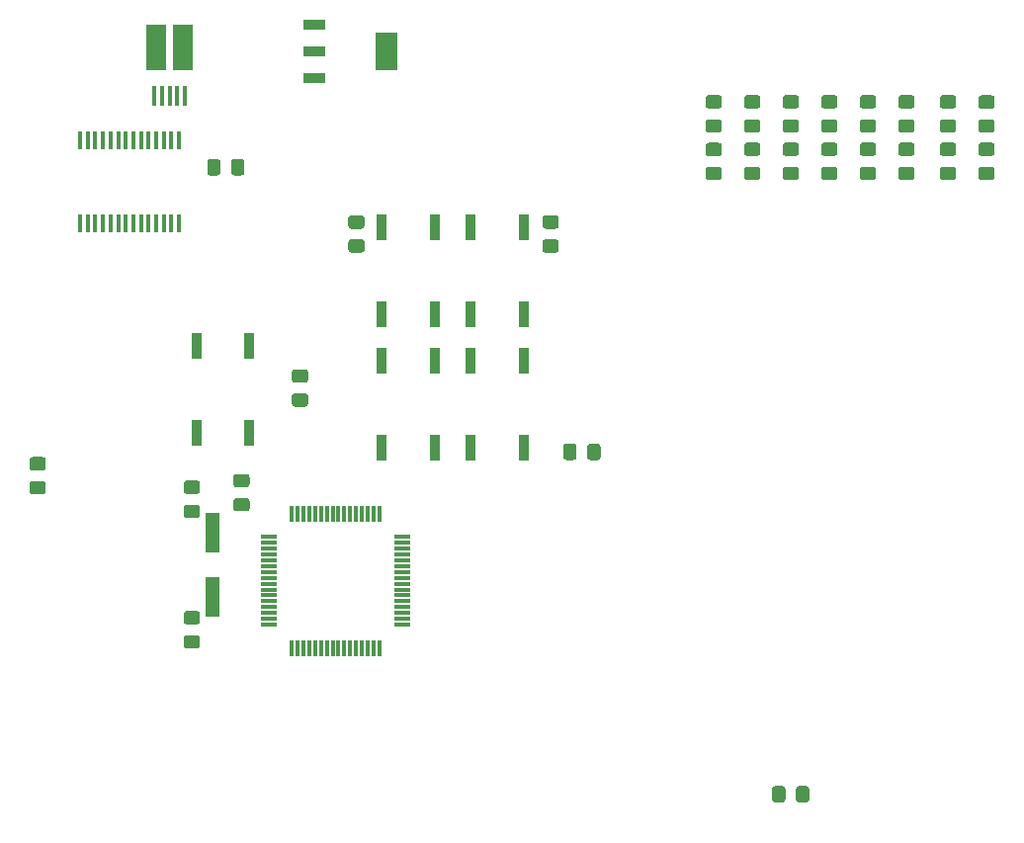
<source format=gbr>
%TF.GenerationSoftware,KiCad,Pcbnew,(5.1.6)-1*%
%TF.CreationDate,2020-11-14T18:00:02-05:00*%
%TF.ProjectId,F0DisplayBoard,46304469-7370-46c6-9179-426f6172642e,rev?*%
%TF.SameCoordinates,Original*%
%TF.FileFunction,Paste,Top*%
%TF.FilePolarity,Positive*%
%FSLAX46Y46*%
G04 Gerber Fmt 4.6, Leading zero omitted, Abs format (unit mm)*
G04 Created by KiCad (PCBNEW (5.1.6)-1) date 2020-11-14 18:00:02*
%MOMM*%
%LPD*%
G01*
G04 APERTURE LIST*
%ADD10R,0.300000X1.475000*%
%ADD11R,1.475000X0.300000*%
%ADD12R,0.431800X1.511300*%
%ADD13R,0.863600X2.209800*%
%ADD14R,1.800000X3.900000*%
%ADD15R,0.400000X1.700000*%
%ADD16R,1.860000X3.190000*%
%ADD17R,1.860000X0.900000*%
%ADD18R,1.200000X3.500000*%
G04 APERTURE END LIST*
D10*
%TO.C,IC1*%
X119313000Y-108435000D03*
X119813000Y-108435000D03*
X120313000Y-108435000D03*
X120813000Y-108435000D03*
X121313000Y-108435000D03*
X121813000Y-108435000D03*
X122313000Y-108435000D03*
X122813000Y-108435000D03*
X123313000Y-108435000D03*
X123813000Y-108435000D03*
X124313000Y-108435000D03*
X124813000Y-108435000D03*
X125313000Y-108435000D03*
X125813000Y-108435000D03*
X126313000Y-108435000D03*
X126813000Y-108435000D03*
D11*
X128801000Y-110423000D03*
X128801000Y-110923000D03*
X128801000Y-111423000D03*
X128801000Y-111923000D03*
X128801000Y-112423000D03*
X128801000Y-112923000D03*
X128801000Y-113423000D03*
X128801000Y-113923000D03*
X128801000Y-114423000D03*
X128801000Y-114923000D03*
X128801000Y-115423000D03*
X128801000Y-115923000D03*
X128801000Y-116423000D03*
X128801000Y-116923000D03*
X128801000Y-117423000D03*
X128801000Y-117923000D03*
D10*
X126813000Y-119911000D03*
X126313000Y-119911000D03*
X125813000Y-119911000D03*
X125313000Y-119911000D03*
X124813000Y-119911000D03*
X124313000Y-119911000D03*
X123813000Y-119911000D03*
X123313000Y-119911000D03*
X122813000Y-119911000D03*
X122313000Y-119911000D03*
X121813000Y-119911000D03*
X121313000Y-119911000D03*
X120813000Y-119911000D03*
X120313000Y-119911000D03*
X119813000Y-119911000D03*
X119313000Y-119911000D03*
D11*
X117325000Y-117923000D03*
X117325000Y-117423000D03*
X117325000Y-116923000D03*
X117325000Y-116423000D03*
X117325000Y-115923000D03*
X117325000Y-115423000D03*
X117325000Y-114923000D03*
X117325000Y-114423000D03*
X117325000Y-113923000D03*
X117325000Y-113423000D03*
X117325000Y-112923000D03*
X117325000Y-112423000D03*
X117325000Y-111923000D03*
X117325000Y-111423000D03*
X117325000Y-110923000D03*
X117325000Y-110423000D03*
%TD*%
%TO.C,C11*%
G36*
G01*
X115448501Y-106175500D02*
X114548499Y-106175500D01*
G75*
G02*
X114298500Y-105925501I0J249999D01*
G01*
X114298500Y-105275499D01*
G75*
G02*
X114548499Y-105025500I249999J0D01*
G01*
X115448501Y-105025500D01*
G75*
G02*
X115698500Y-105275499I0J-249999D01*
G01*
X115698500Y-105925501D01*
G75*
G02*
X115448501Y-106175500I-249999J0D01*
G01*
G37*
G36*
G01*
X115448501Y-108225500D02*
X114548499Y-108225500D01*
G75*
G02*
X114298500Y-107975501I0J249999D01*
G01*
X114298500Y-107325499D01*
G75*
G02*
X114548499Y-107075500I249999J0D01*
G01*
X115448501Y-107075500D01*
G75*
G02*
X115698500Y-107325499I0J-249999D01*
G01*
X115698500Y-107975501D01*
G75*
G02*
X115448501Y-108225500I-249999J0D01*
G01*
G37*
%TD*%
D12*
%TO.C,U2*%
X101185000Y-76460350D03*
X101835001Y-76460350D03*
X102485000Y-76460350D03*
X103135001Y-76460350D03*
X103784999Y-76460350D03*
X104435001Y-76460350D03*
X105084999Y-76460350D03*
X105735001Y-76460350D03*
X106384999Y-76460350D03*
X107035001Y-76460350D03*
X107684999Y-76460350D03*
X108335000Y-76460350D03*
X108984999Y-76460350D03*
X109635000Y-76460350D03*
X109634998Y-83559650D03*
X108984999Y-83559650D03*
X108334998Y-83559650D03*
X107684999Y-83559650D03*
X107034998Y-83559650D03*
X106384999Y-83559650D03*
X105734998Y-83559650D03*
X105084999Y-83559650D03*
X104435001Y-83559650D03*
X103784999Y-83559650D03*
X103135001Y-83559650D03*
X102485000Y-83559650D03*
X101835001Y-83559650D03*
X101185000Y-83559650D03*
%TD*%
D13*
%TO.C,SW4*%
X127035999Y-95313500D03*
X131536001Y-95313500D03*
X131536001Y-102806500D03*
X127035999Y-102806500D03*
%TD*%
%TO.C,SW5*%
X127035999Y-83883500D03*
X131536001Y-83883500D03*
X131536001Y-91376500D03*
X127035999Y-91376500D03*
%TD*%
%TO.C,SW3*%
X139156001Y-102806500D03*
X134655999Y-102806500D03*
X134655999Y-95313500D03*
X139156001Y-95313500D03*
%TD*%
%TO.C,SW2*%
X139156001Y-91376500D03*
X134655999Y-91376500D03*
X134655999Y-83883500D03*
X139156001Y-83883500D03*
%TD*%
D14*
%TO.C,J1*%
X109989000Y-68441000D03*
X107689000Y-68441000D03*
D15*
X107539000Y-72641000D03*
X108189000Y-72641000D03*
X108839000Y-72641000D03*
X109489000Y-72641000D03*
X110139000Y-72641000D03*
%TD*%
D13*
%TO.C,SW1*%
X111160999Y-94043500D03*
X115661001Y-94043500D03*
X115661001Y-101536500D03*
X111160999Y-101536500D03*
%TD*%
%TO.C,R5*%
G36*
G01*
X119564999Y-98104000D02*
X120465001Y-98104000D01*
G75*
G02*
X120715000Y-98353999I0J-249999D01*
G01*
X120715000Y-99004001D01*
G75*
G02*
X120465001Y-99254000I-249999J0D01*
G01*
X119564999Y-99254000D01*
G75*
G02*
X119315000Y-99004001I0J249999D01*
G01*
X119315000Y-98353999D01*
G75*
G02*
X119564999Y-98104000I249999J0D01*
G01*
G37*
G36*
G01*
X119564999Y-96054000D02*
X120465001Y-96054000D01*
G75*
G02*
X120715000Y-96303999I0J-249999D01*
G01*
X120715000Y-96954001D01*
G75*
G02*
X120465001Y-97204000I-249999J0D01*
G01*
X119564999Y-97204000D01*
G75*
G02*
X119315000Y-96954001I0J249999D01*
G01*
X119315000Y-96303999D01*
G75*
G02*
X119564999Y-96054000I249999J0D01*
G01*
G37*
%TD*%
%TO.C,R1*%
G36*
G01*
X97986001Y-104715000D02*
X97085999Y-104715000D01*
G75*
G02*
X96836000Y-104465001I0J249999D01*
G01*
X96836000Y-103814999D01*
G75*
G02*
X97085999Y-103565000I249999J0D01*
G01*
X97986001Y-103565000D01*
G75*
G02*
X98236000Y-103814999I0J-249999D01*
G01*
X98236000Y-104465001D01*
G75*
G02*
X97986001Y-104715000I-249999J0D01*
G01*
G37*
G36*
G01*
X97986001Y-106765000D02*
X97085999Y-106765000D01*
G75*
G02*
X96836000Y-106515001I0J249999D01*
G01*
X96836000Y-105864999D01*
G75*
G02*
X97085999Y-105615000I249999J0D01*
G01*
X97986001Y-105615000D01*
G75*
G02*
X98236000Y-105864999I0J-249999D01*
G01*
X98236000Y-106515001D01*
G75*
G02*
X97986001Y-106765000I-249999J0D01*
G01*
G37*
%TD*%
%TO.C,D8*%
G36*
G01*
X154997999Y-74618000D02*
X155898001Y-74618000D01*
G75*
G02*
X156148000Y-74867999I0J-249999D01*
G01*
X156148000Y-75518001D01*
G75*
G02*
X155898001Y-75768000I-249999J0D01*
G01*
X154997999Y-75768000D01*
G75*
G02*
X154748000Y-75518001I0J249999D01*
G01*
X154748000Y-74867999D01*
G75*
G02*
X154997999Y-74618000I249999J0D01*
G01*
G37*
G36*
G01*
X154997999Y-72568000D02*
X155898001Y-72568000D01*
G75*
G02*
X156148000Y-72817999I0J-249999D01*
G01*
X156148000Y-73468001D01*
G75*
G02*
X155898001Y-73718000I-249999J0D01*
G01*
X154997999Y-73718000D01*
G75*
G02*
X154748000Y-73468001I0J249999D01*
G01*
X154748000Y-72817999D01*
G75*
G02*
X154997999Y-72568000I249999J0D01*
G01*
G37*
%TD*%
%TO.C,D7*%
G36*
G01*
X158299999Y-74618000D02*
X159200001Y-74618000D01*
G75*
G02*
X159450000Y-74867999I0J-249999D01*
G01*
X159450000Y-75518001D01*
G75*
G02*
X159200001Y-75768000I-249999J0D01*
G01*
X158299999Y-75768000D01*
G75*
G02*
X158050000Y-75518001I0J249999D01*
G01*
X158050000Y-74867999D01*
G75*
G02*
X158299999Y-74618000I249999J0D01*
G01*
G37*
G36*
G01*
X158299999Y-72568000D02*
X159200001Y-72568000D01*
G75*
G02*
X159450000Y-72817999I0J-249999D01*
G01*
X159450000Y-73468001D01*
G75*
G02*
X159200001Y-73718000I-249999J0D01*
G01*
X158299999Y-73718000D01*
G75*
G02*
X158050000Y-73468001I0J249999D01*
G01*
X158050000Y-72817999D01*
G75*
G02*
X158299999Y-72568000I249999J0D01*
G01*
G37*
%TD*%
%TO.C,D6*%
G36*
G01*
X161601999Y-74618000D02*
X162502001Y-74618000D01*
G75*
G02*
X162752000Y-74867999I0J-249999D01*
G01*
X162752000Y-75518001D01*
G75*
G02*
X162502001Y-75768000I-249999J0D01*
G01*
X161601999Y-75768000D01*
G75*
G02*
X161352000Y-75518001I0J249999D01*
G01*
X161352000Y-74867999D01*
G75*
G02*
X161601999Y-74618000I249999J0D01*
G01*
G37*
G36*
G01*
X161601999Y-72568000D02*
X162502001Y-72568000D01*
G75*
G02*
X162752000Y-72817999I0J-249999D01*
G01*
X162752000Y-73468001D01*
G75*
G02*
X162502001Y-73718000I-249999J0D01*
G01*
X161601999Y-73718000D01*
G75*
G02*
X161352000Y-73468001I0J249999D01*
G01*
X161352000Y-72817999D01*
G75*
G02*
X161601999Y-72568000I249999J0D01*
G01*
G37*
%TD*%
%TO.C,D5*%
G36*
G01*
X164903999Y-74618000D02*
X165804001Y-74618000D01*
G75*
G02*
X166054000Y-74867999I0J-249999D01*
G01*
X166054000Y-75518001D01*
G75*
G02*
X165804001Y-75768000I-249999J0D01*
G01*
X164903999Y-75768000D01*
G75*
G02*
X164654000Y-75518001I0J249999D01*
G01*
X164654000Y-74867999D01*
G75*
G02*
X164903999Y-74618000I249999J0D01*
G01*
G37*
G36*
G01*
X164903999Y-72568000D02*
X165804001Y-72568000D01*
G75*
G02*
X166054000Y-72817999I0J-249999D01*
G01*
X166054000Y-73468001D01*
G75*
G02*
X165804001Y-73718000I-249999J0D01*
G01*
X164903999Y-73718000D01*
G75*
G02*
X164654000Y-73468001I0J249999D01*
G01*
X164654000Y-72817999D01*
G75*
G02*
X164903999Y-72568000I249999J0D01*
G01*
G37*
%TD*%
%TO.C,D4*%
G36*
G01*
X168205999Y-74618000D02*
X169106001Y-74618000D01*
G75*
G02*
X169356000Y-74867999I0J-249999D01*
G01*
X169356000Y-75518001D01*
G75*
G02*
X169106001Y-75768000I-249999J0D01*
G01*
X168205999Y-75768000D01*
G75*
G02*
X167956000Y-75518001I0J249999D01*
G01*
X167956000Y-74867999D01*
G75*
G02*
X168205999Y-74618000I249999J0D01*
G01*
G37*
G36*
G01*
X168205999Y-72568000D02*
X169106001Y-72568000D01*
G75*
G02*
X169356000Y-72817999I0J-249999D01*
G01*
X169356000Y-73468001D01*
G75*
G02*
X169106001Y-73718000I-249999J0D01*
G01*
X168205999Y-73718000D01*
G75*
G02*
X167956000Y-73468001I0J249999D01*
G01*
X167956000Y-72817999D01*
G75*
G02*
X168205999Y-72568000I249999J0D01*
G01*
G37*
%TD*%
%TO.C,D3*%
G36*
G01*
X171507999Y-74618000D02*
X172408001Y-74618000D01*
G75*
G02*
X172658000Y-74867999I0J-249999D01*
G01*
X172658000Y-75518001D01*
G75*
G02*
X172408001Y-75768000I-249999J0D01*
G01*
X171507999Y-75768000D01*
G75*
G02*
X171258000Y-75518001I0J249999D01*
G01*
X171258000Y-74867999D01*
G75*
G02*
X171507999Y-74618000I249999J0D01*
G01*
G37*
G36*
G01*
X171507999Y-72568000D02*
X172408001Y-72568000D01*
G75*
G02*
X172658000Y-72817999I0J-249999D01*
G01*
X172658000Y-73468001D01*
G75*
G02*
X172408001Y-73718000I-249999J0D01*
G01*
X171507999Y-73718000D01*
G75*
G02*
X171258000Y-73468001I0J249999D01*
G01*
X171258000Y-72817999D01*
G75*
G02*
X171507999Y-72568000I249999J0D01*
G01*
G37*
%TD*%
%TO.C,D2*%
G36*
G01*
X175063999Y-74618000D02*
X175964001Y-74618000D01*
G75*
G02*
X176214000Y-74867999I0J-249999D01*
G01*
X176214000Y-75518001D01*
G75*
G02*
X175964001Y-75768000I-249999J0D01*
G01*
X175063999Y-75768000D01*
G75*
G02*
X174814000Y-75518001I0J249999D01*
G01*
X174814000Y-74867999D01*
G75*
G02*
X175063999Y-74618000I249999J0D01*
G01*
G37*
G36*
G01*
X175063999Y-72568000D02*
X175964001Y-72568000D01*
G75*
G02*
X176214000Y-72817999I0J-249999D01*
G01*
X176214000Y-73468001D01*
G75*
G02*
X175964001Y-73718000I-249999J0D01*
G01*
X175063999Y-73718000D01*
G75*
G02*
X174814000Y-73468001I0J249999D01*
G01*
X174814000Y-72817999D01*
G75*
G02*
X175063999Y-72568000I249999J0D01*
G01*
G37*
%TD*%
%TO.C,D1*%
G36*
G01*
X178365999Y-74627000D02*
X179266001Y-74627000D01*
G75*
G02*
X179516000Y-74876999I0J-249999D01*
G01*
X179516000Y-75527001D01*
G75*
G02*
X179266001Y-75777000I-249999J0D01*
G01*
X178365999Y-75777000D01*
G75*
G02*
X178116000Y-75527001I0J249999D01*
G01*
X178116000Y-74876999D01*
G75*
G02*
X178365999Y-74627000I249999J0D01*
G01*
G37*
G36*
G01*
X178365999Y-72577000D02*
X179266001Y-72577000D01*
G75*
G02*
X179516000Y-72826999I0J-249999D01*
G01*
X179516000Y-73477001D01*
G75*
G02*
X179266001Y-73727000I-249999J0D01*
G01*
X178365999Y-73727000D01*
G75*
G02*
X178116000Y-73477001I0J249999D01*
G01*
X178116000Y-72826999D01*
G75*
G02*
X178365999Y-72577000I249999J0D01*
G01*
G37*
%TD*%
%TO.C,C10*%
G36*
G01*
X110293999Y-118814000D02*
X111194001Y-118814000D01*
G75*
G02*
X111444000Y-119063999I0J-249999D01*
G01*
X111444000Y-119714001D01*
G75*
G02*
X111194001Y-119964000I-249999J0D01*
G01*
X110293999Y-119964000D01*
G75*
G02*
X110044000Y-119714001I0J249999D01*
G01*
X110044000Y-119063999D01*
G75*
G02*
X110293999Y-118814000I249999J0D01*
G01*
G37*
G36*
G01*
X110293999Y-116764000D02*
X111194001Y-116764000D01*
G75*
G02*
X111444000Y-117013999I0J-249999D01*
G01*
X111444000Y-117664001D01*
G75*
G02*
X111194001Y-117914000I-249999J0D01*
G01*
X110293999Y-117914000D01*
G75*
G02*
X110044000Y-117664001I0J249999D01*
G01*
X110044000Y-117013999D01*
G75*
G02*
X110293999Y-116764000I249999J0D01*
G01*
G37*
%TD*%
%TO.C,C7*%
G36*
G01*
X111194001Y-106738000D02*
X110293999Y-106738000D01*
G75*
G02*
X110044000Y-106488001I0J249999D01*
G01*
X110044000Y-105837999D01*
G75*
G02*
X110293999Y-105588000I249999J0D01*
G01*
X111194001Y-105588000D01*
G75*
G02*
X111444000Y-105837999I0J-249999D01*
G01*
X111444000Y-106488001D01*
G75*
G02*
X111194001Y-106738000I-249999J0D01*
G01*
G37*
G36*
G01*
X111194001Y-108788000D02*
X110293999Y-108788000D01*
G75*
G02*
X110044000Y-108538001I0J249999D01*
G01*
X110044000Y-107887999D01*
G75*
G02*
X110293999Y-107638000I249999J0D01*
G01*
X111194001Y-107638000D01*
G75*
G02*
X111444000Y-107887999I0J-249999D01*
G01*
X111444000Y-108538001D01*
G75*
G02*
X111194001Y-108788000I-249999J0D01*
G01*
G37*
%TD*%
%TO.C,R17*%
G36*
G01*
X125291001Y-84014000D02*
X124390999Y-84014000D01*
G75*
G02*
X124141000Y-83764001I0J249999D01*
G01*
X124141000Y-83113999D01*
G75*
G02*
X124390999Y-82864000I249999J0D01*
G01*
X125291001Y-82864000D01*
G75*
G02*
X125541000Y-83113999I0J-249999D01*
G01*
X125541000Y-83764001D01*
G75*
G02*
X125291001Y-84014000I-249999J0D01*
G01*
G37*
G36*
G01*
X125291001Y-86064000D02*
X124390999Y-86064000D01*
G75*
G02*
X124141000Y-85814001I0J249999D01*
G01*
X124141000Y-85163999D01*
G75*
G02*
X124390999Y-84914000I249999J0D01*
G01*
X125291001Y-84914000D01*
G75*
G02*
X125541000Y-85163999I0J-249999D01*
G01*
X125541000Y-85814001D01*
G75*
G02*
X125291001Y-86064000I-249999J0D01*
G01*
G37*
%TD*%
%TO.C,R16*%
G36*
G01*
X154997999Y-78691000D02*
X155898001Y-78691000D01*
G75*
G02*
X156148000Y-78940999I0J-249999D01*
G01*
X156148000Y-79591001D01*
G75*
G02*
X155898001Y-79841000I-249999J0D01*
G01*
X154997999Y-79841000D01*
G75*
G02*
X154748000Y-79591001I0J249999D01*
G01*
X154748000Y-78940999D01*
G75*
G02*
X154997999Y-78691000I249999J0D01*
G01*
G37*
G36*
G01*
X154997999Y-76641000D02*
X155898001Y-76641000D01*
G75*
G02*
X156148000Y-76890999I0J-249999D01*
G01*
X156148000Y-77541001D01*
G75*
G02*
X155898001Y-77791000I-249999J0D01*
G01*
X154997999Y-77791000D01*
G75*
G02*
X154748000Y-77541001I0J249999D01*
G01*
X154748000Y-76890999D01*
G75*
G02*
X154997999Y-76641000I249999J0D01*
G01*
G37*
%TD*%
%TO.C,R15*%
G36*
G01*
X158299999Y-78682000D02*
X159200001Y-78682000D01*
G75*
G02*
X159450000Y-78931999I0J-249999D01*
G01*
X159450000Y-79582001D01*
G75*
G02*
X159200001Y-79832000I-249999J0D01*
G01*
X158299999Y-79832000D01*
G75*
G02*
X158050000Y-79582001I0J249999D01*
G01*
X158050000Y-78931999D01*
G75*
G02*
X158299999Y-78682000I249999J0D01*
G01*
G37*
G36*
G01*
X158299999Y-76632000D02*
X159200001Y-76632000D01*
G75*
G02*
X159450000Y-76881999I0J-249999D01*
G01*
X159450000Y-77532001D01*
G75*
G02*
X159200001Y-77782000I-249999J0D01*
G01*
X158299999Y-77782000D01*
G75*
G02*
X158050000Y-77532001I0J249999D01*
G01*
X158050000Y-76881999D01*
G75*
G02*
X158299999Y-76632000I249999J0D01*
G01*
G37*
%TD*%
%TO.C,R14*%
G36*
G01*
X161601999Y-78682000D02*
X162502001Y-78682000D01*
G75*
G02*
X162752000Y-78931999I0J-249999D01*
G01*
X162752000Y-79582001D01*
G75*
G02*
X162502001Y-79832000I-249999J0D01*
G01*
X161601999Y-79832000D01*
G75*
G02*
X161352000Y-79582001I0J249999D01*
G01*
X161352000Y-78931999D01*
G75*
G02*
X161601999Y-78682000I249999J0D01*
G01*
G37*
G36*
G01*
X161601999Y-76632000D02*
X162502001Y-76632000D01*
G75*
G02*
X162752000Y-76881999I0J-249999D01*
G01*
X162752000Y-77532001D01*
G75*
G02*
X162502001Y-77782000I-249999J0D01*
G01*
X161601999Y-77782000D01*
G75*
G02*
X161352000Y-77532001I0J249999D01*
G01*
X161352000Y-76881999D01*
G75*
G02*
X161601999Y-76632000I249999J0D01*
G01*
G37*
%TD*%
%TO.C,R13*%
G36*
G01*
X164903999Y-78682000D02*
X165804001Y-78682000D01*
G75*
G02*
X166054000Y-78931999I0J-249999D01*
G01*
X166054000Y-79582001D01*
G75*
G02*
X165804001Y-79832000I-249999J0D01*
G01*
X164903999Y-79832000D01*
G75*
G02*
X164654000Y-79582001I0J249999D01*
G01*
X164654000Y-78931999D01*
G75*
G02*
X164903999Y-78682000I249999J0D01*
G01*
G37*
G36*
G01*
X164903999Y-76632000D02*
X165804001Y-76632000D01*
G75*
G02*
X166054000Y-76881999I0J-249999D01*
G01*
X166054000Y-77532001D01*
G75*
G02*
X165804001Y-77782000I-249999J0D01*
G01*
X164903999Y-77782000D01*
G75*
G02*
X164654000Y-77532001I0J249999D01*
G01*
X164654000Y-76881999D01*
G75*
G02*
X164903999Y-76632000I249999J0D01*
G01*
G37*
%TD*%
%TO.C,R12*%
G36*
G01*
X168205999Y-78682000D02*
X169106001Y-78682000D01*
G75*
G02*
X169356000Y-78931999I0J-249999D01*
G01*
X169356000Y-79582001D01*
G75*
G02*
X169106001Y-79832000I-249999J0D01*
G01*
X168205999Y-79832000D01*
G75*
G02*
X167956000Y-79582001I0J249999D01*
G01*
X167956000Y-78931999D01*
G75*
G02*
X168205999Y-78682000I249999J0D01*
G01*
G37*
G36*
G01*
X168205999Y-76632000D02*
X169106001Y-76632000D01*
G75*
G02*
X169356000Y-76881999I0J-249999D01*
G01*
X169356000Y-77532001D01*
G75*
G02*
X169106001Y-77782000I-249999J0D01*
G01*
X168205999Y-77782000D01*
G75*
G02*
X167956000Y-77532001I0J249999D01*
G01*
X167956000Y-76881999D01*
G75*
G02*
X168205999Y-76632000I249999J0D01*
G01*
G37*
%TD*%
%TO.C,R11*%
G36*
G01*
X171507999Y-78682000D02*
X172408001Y-78682000D01*
G75*
G02*
X172658000Y-78931999I0J-249999D01*
G01*
X172658000Y-79582001D01*
G75*
G02*
X172408001Y-79832000I-249999J0D01*
G01*
X171507999Y-79832000D01*
G75*
G02*
X171258000Y-79582001I0J249999D01*
G01*
X171258000Y-78931999D01*
G75*
G02*
X171507999Y-78682000I249999J0D01*
G01*
G37*
G36*
G01*
X171507999Y-76632000D02*
X172408001Y-76632000D01*
G75*
G02*
X172658000Y-76881999I0J-249999D01*
G01*
X172658000Y-77532001D01*
G75*
G02*
X172408001Y-77782000I-249999J0D01*
G01*
X171507999Y-77782000D01*
G75*
G02*
X171258000Y-77532001I0J249999D01*
G01*
X171258000Y-76881999D01*
G75*
G02*
X171507999Y-76632000I249999J0D01*
G01*
G37*
%TD*%
%TO.C,R10*%
G36*
G01*
X175063999Y-78682000D02*
X175964001Y-78682000D01*
G75*
G02*
X176214000Y-78931999I0J-249999D01*
G01*
X176214000Y-79582001D01*
G75*
G02*
X175964001Y-79832000I-249999J0D01*
G01*
X175063999Y-79832000D01*
G75*
G02*
X174814000Y-79582001I0J249999D01*
G01*
X174814000Y-78931999D01*
G75*
G02*
X175063999Y-78682000I249999J0D01*
G01*
G37*
G36*
G01*
X175063999Y-76632000D02*
X175964001Y-76632000D01*
G75*
G02*
X176214000Y-76881999I0J-249999D01*
G01*
X176214000Y-77532001D01*
G75*
G02*
X175964001Y-77782000I-249999J0D01*
G01*
X175063999Y-77782000D01*
G75*
G02*
X174814000Y-77532001I0J249999D01*
G01*
X174814000Y-76881999D01*
G75*
G02*
X175063999Y-76632000I249999J0D01*
G01*
G37*
%TD*%
%TO.C,R9*%
G36*
G01*
X178365999Y-78682000D02*
X179266001Y-78682000D01*
G75*
G02*
X179516000Y-78931999I0J-249999D01*
G01*
X179516000Y-79582001D01*
G75*
G02*
X179266001Y-79832000I-249999J0D01*
G01*
X178365999Y-79832000D01*
G75*
G02*
X178116000Y-79582001I0J249999D01*
G01*
X178116000Y-78931999D01*
G75*
G02*
X178365999Y-78682000I249999J0D01*
G01*
G37*
G36*
G01*
X178365999Y-76632000D02*
X179266001Y-76632000D01*
G75*
G02*
X179516000Y-76881999I0J-249999D01*
G01*
X179516000Y-77532001D01*
G75*
G02*
X179266001Y-77782000I-249999J0D01*
G01*
X178365999Y-77782000D01*
G75*
G02*
X178116000Y-77532001I0J249999D01*
G01*
X178116000Y-76881999D01*
G75*
G02*
X178365999Y-76632000I249999J0D01*
G01*
G37*
%TD*%
%TO.C,R7*%
G36*
G01*
X143704000Y-102673999D02*
X143704000Y-103574001D01*
G75*
G02*
X143454001Y-103824000I-249999J0D01*
G01*
X142803999Y-103824000D01*
G75*
G02*
X142554000Y-103574001I0J249999D01*
G01*
X142554000Y-102673999D01*
G75*
G02*
X142803999Y-102424000I249999J0D01*
G01*
X143454001Y-102424000D01*
G75*
G02*
X143704000Y-102673999I0J-249999D01*
G01*
G37*
G36*
G01*
X145754000Y-102673999D02*
X145754000Y-103574001D01*
G75*
G02*
X145504001Y-103824000I-249999J0D01*
G01*
X144853999Y-103824000D01*
G75*
G02*
X144604000Y-103574001I0J249999D01*
G01*
X144604000Y-102673999D01*
G75*
G02*
X144853999Y-102424000I249999J0D01*
G01*
X145504001Y-102424000D01*
G75*
G02*
X145754000Y-102673999I0J-249999D01*
G01*
G37*
%TD*%
%TO.C,R6*%
G36*
G01*
X141928001Y-84014000D02*
X141027999Y-84014000D01*
G75*
G02*
X140778000Y-83764001I0J249999D01*
G01*
X140778000Y-83113999D01*
G75*
G02*
X141027999Y-82864000I249999J0D01*
G01*
X141928001Y-82864000D01*
G75*
G02*
X142178000Y-83113999I0J-249999D01*
G01*
X142178000Y-83764001D01*
G75*
G02*
X141928001Y-84014000I-249999J0D01*
G01*
G37*
G36*
G01*
X141928001Y-86064000D02*
X141027999Y-86064000D01*
G75*
G02*
X140778000Y-85814001I0J249999D01*
G01*
X140778000Y-85163999D01*
G75*
G02*
X141027999Y-84914000I249999J0D01*
G01*
X141928001Y-84914000D01*
G75*
G02*
X142178000Y-85163999I0J-249999D01*
G01*
X142178000Y-85814001D01*
G75*
G02*
X141928001Y-86064000I-249999J0D01*
G01*
G37*
%TD*%
D16*
%TO.C,U1*%
X127408000Y-68834000D03*
D17*
X121258000Y-71134000D03*
X121258000Y-68834000D03*
X121258000Y-66534000D03*
%TD*%
%TO.C,FB1*%
G36*
G01*
X113206000Y-78289999D02*
X113206000Y-79190001D01*
G75*
G02*
X112956001Y-79440000I-249999J0D01*
G01*
X112305999Y-79440000D01*
G75*
G02*
X112056000Y-79190001I0J249999D01*
G01*
X112056000Y-78289999D01*
G75*
G02*
X112305999Y-78040000I249999J0D01*
G01*
X112956001Y-78040000D01*
G75*
G02*
X113206000Y-78289999I0J-249999D01*
G01*
G37*
G36*
G01*
X115256000Y-78289999D02*
X115256000Y-79190001D01*
G75*
G02*
X115006001Y-79440000I-249999J0D01*
G01*
X114355999Y-79440000D01*
G75*
G02*
X114106000Y-79190001I0J249999D01*
G01*
X114106000Y-78289999D01*
G75*
G02*
X114355999Y-78040000I249999J0D01*
G01*
X115006001Y-78040000D01*
G75*
G02*
X115256000Y-78289999I0J-249999D01*
G01*
G37*
%TD*%
D18*
%TO.C,X1*%
X112522000Y-110026000D03*
X112522000Y-115526000D03*
%TD*%
%TO.C,R2*%
G36*
G01*
X162493000Y-132911001D02*
X162493000Y-132010999D01*
G75*
G02*
X162742999Y-131761000I249999J0D01*
G01*
X163393001Y-131761000D01*
G75*
G02*
X163643000Y-132010999I0J-249999D01*
G01*
X163643000Y-132911001D01*
G75*
G02*
X163393001Y-133161000I-249999J0D01*
G01*
X162742999Y-133161000D01*
G75*
G02*
X162493000Y-132911001I0J249999D01*
G01*
G37*
G36*
G01*
X160443000Y-132911001D02*
X160443000Y-132010999D01*
G75*
G02*
X160692999Y-131761000I249999J0D01*
G01*
X161343001Y-131761000D01*
G75*
G02*
X161593000Y-132010999I0J-249999D01*
G01*
X161593000Y-132911001D01*
G75*
G02*
X161343001Y-133161000I-249999J0D01*
G01*
X160692999Y-133161000D01*
G75*
G02*
X160443000Y-132911001I0J249999D01*
G01*
G37*
%TD*%
M02*

</source>
